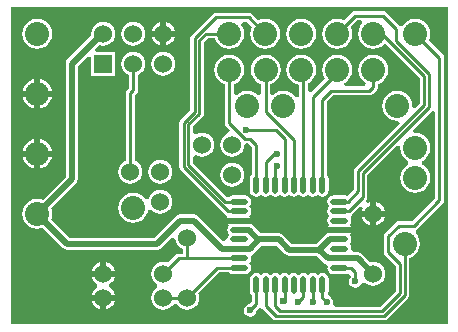
<source format=gtl>
G04*
G04 #@! TF.GenerationSoftware,Altium Limited,Altium Designer,18.1.9 (240)*
G04*
G04 Layer_Physical_Order=1*
G04 Layer_Color=255*
%FSLAX25Y25*%
%MOIN*%
G70*
G01*
G75*
%ADD14C,0.01000*%
%ADD20O,0.02165X0.05906*%
%ADD21O,0.05906X0.02165*%
%ADD22C,0.02000*%
%ADD23C,0.08000*%
%ADD24C,0.06000*%
%ADD25R,0.06000X0.06000*%
%ADD26C,0.02362*%
G36*
X146780Y1220D02*
X1220D01*
Y106780D01*
X146780D01*
Y1220D01*
D02*
G37*
%LPC*%
G36*
X125192Y105529D02*
X116000D01*
X115415Y105413D01*
X114919Y105081D01*
X112297Y102460D01*
X111305Y102871D01*
X110000Y103043D01*
X108695Y102871D01*
X107478Y102367D01*
X106434Y101566D01*
X105632Y100522D01*
X105129Y99305D01*
X104957Y98000D01*
X105129Y96695D01*
X105632Y95478D01*
X106434Y94434D01*
X107478Y93633D01*
X108695Y93129D01*
X110000Y92957D01*
X111305Y93129D01*
X112522Y93633D01*
X113566Y94434D01*
X114367Y95478D01*
X114871Y96695D01*
X115043Y98000D01*
X114871Y99305D01*
X114460Y100297D01*
X116633Y102471D01*
X117970D01*
X118278Y101871D01*
X118361Y101471D01*
X117632Y100522D01*
X117129Y99305D01*
X116957Y98000D01*
X117129Y96695D01*
X117632Y95478D01*
X118434Y94434D01*
X119478Y93633D01*
X120695Y93129D01*
X122000Y92957D01*
X123305Y93129D01*
X124522Y93633D01*
X125566Y94434D01*
X126352Y94485D01*
X137471Y83367D01*
Y74755D01*
X135951Y73235D01*
X135004Y73702D01*
X135043Y74000D01*
X134871Y75305D01*
X134368Y76522D01*
X133566Y77566D01*
X132522Y78368D01*
X131305Y78871D01*
X130000Y79043D01*
X128695Y78871D01*
X127478Y78368D01*
X126434Y77566D01*
X125633Y76522D01*
X125129Y75305D01*
X124957Y74000D01*
X125129Y72695D01*
X125633Y71478D01*
X126434Y70434D01*
X127478Y69633D01*
X128695Y69129D01*
X130000Y68957D01*
X130298Y68996D01*
X130765Y68049D01*
X115919Y53203D01*
X115587Y52707D01*
X115471Y52121D01*
Y46134D01*
X113338Y44001D01*
X112602Y44147D01*
X108862D01*
X108050Y43985D01*
X107361Y43525D01*
X106900Y42836D01*
X106739Y42024D01*
X106900Y41211D01*
X107320Y40449D01*
X106900Y39687D01*
X106739Y38874D01*
X106900Y38061D01*
X107361Y37372D01*
Y37226D01*
X106900Y36537D01*
X106739Y35724D01*
X106900Y34912D01*
X107320Y34150D01*
X107004Y33575D01*
X110732D01*
X114461D01*
X114144Y34150D01*
X114564Y34912D01*
X114726Y35724D01*
X114564Y36537D01*
X114564Y36543D01*
X114936Y37780D01*
X114955Y37793D01*
X117685Y40522D01*
X118506Y40017D01*
X118103Y39044D01*
X118097Y39000D01*
X121000D01*
Y41903D01*
X120956Y41897D01*
X119983Y41494D01*
X119478Y42315D01*
X119581Y42419D01*
X119913Y42915D01*
X120029Y43500D01*
Y50867D01*
X130067Y60904D01*
X131014Y60437D01*
X130957Y60000D01*
X131129Y58695D01*
X131632Y57478D01*
X132434Y56434D01*
X133478Y55633D01*
X133699Y55541D01*
Y54459D01*
X133478Y54368D01*
X132434Y53566D01*
X131632Y52522D01*
X131129Y51305D01*
X130957Y50000D01*
X131129Y48695D01*
X131632Y47478D01*
X132434Y46434D01*
X133478Y45632D01*
X134695Y45129D01*
X136000Y44957D01*
X137305Y45129D01*
X138522Y45632D01*
X139566Y46434D01*
X140367Y47478D01*
X140871Y48695D01*
X141043Y50000D01*
X140871Y51305D01*
X140367Y52522D01*
X139566Y53566D01*
X138522Y54368D01*
X138301Y54459D01*
Y55541D01*
X138522Y55633D01*
X139566Y56434D01*
X140367Y57478D01*
X140871Y58695D01*
X141043Y60000D01*
X140871Y61305D01*
X140367Y62522D01*
X139566Y63566D01*
X138522Y64368D01*
X137305Y64871D01*
X136000Y65043D01*
X135563Y64986D01*
X135096Y65933D01*
X141471Y72308D01*
X141927Y72236D01*
X142471Y71949D01*
Y43134D01*
X134866Y35529D01*
X130500D01*
X129915Y35413D01*
X129419Y35081D01*
X125919Y31581D01*
X125587Y31085D01*
X125471Y30500D01*
Y25193D01*
X125587Y24608D01*
X125919Y24112D01*
X129492Y20538D01*
Y12276D01*
X124245Y7029D01*
X109252D01*
X108630Y8029D01*
X108724Y8500D01*
X108554Y9351D01*
X108072Y10073D01*
X107454Y10486D01*
X107317Y10651D01*
X106985Y11585D01*
X107147Y12398D01*
Y16138D01*
X106985Y16950D01*
X106525Y17639D01*
X105836Y18100D01*
X105024Y18261D01*
X104211Y18100D01*
X103449Y17680D01*
X102687Y18100D01*
X101874Y18261D01*
X101061Y18100D01*
X100299Y17680D01*
X99537Y18100D01*
X98724Y18261D01*
X97912Y18100D01*
X97223Y17639D01*
X97076D01*
X96387Y18100D01*
X95575Y18261D01*
X94762Y18100D01*
X94000Y17680D01*
X93238Y18100D01*
X92425Y18261D01*
X91613Y18100D01*
X90850Y17680D01*
X90088Y18100D01*
X89276Y18261D01*
X88463Y18100D01*
X87774Y17639D01*
X87628D01*
X86939Y18100D01*
X86126Y18261D01*
X85313Y18100D01*
X84551Y17680D01*
X83789Y18100D01*
X82976Y18261D01*
X82164Y18100D01*
X81475Y17639D01*
X81015Y16950D01*
X80853Y16138D01*
Y12398D01*
X81015Y11585D01*
X81447Y10938D01*
Y8879D01*
X81000Y8043D01*
X80149Y7873D01*
X79427Y7391D01*
X78945Y6670D01*
X78776Y5819D01*
X78945Y4968D01*
X79427Y4246D01*
X80149Y3764D01*
X81000Y3595D01*
X81851Y3764D01*
X82573Y4246D01*
X83055Y4968D01*
X83224Y5819D01*
X83915Y6484D01*
X84734Y6450D01*
X85012Y6342D01*
X85045Y6293D01*
X88419Y2919D01*
X88915Y2587D01*
X89500Y2471D01*
X125500D01*
X126085Y2587D01*
X126581Y2919D01*
X133603Y9940D01*
X133935Y10436D01*
X134051Y11022D01*
Y23222D01*
X135043Y23632D01*
X136088Y24434D01*
X136889Y25478D01*
X137393Y26695D01*
X137565Y28000D01*
X137393Y29305D01*
X136889Y30522D01*
X136088Y31566D01*
X136086Y31567D01*
X136085Y31975D01*
X136253Y32699D01*
X136581Y32919D01*
X145081Y41419D01*
X145413Y41915D01*
X145529Y42500D01*
Y90000D01*
X145413Y90585D01*
X145081Y91081D01*
X140460Y95702D01*
X140871Y96695D01*
X141043Y98000D01*
X140871Y99305D01*
X140367Y100522D01*
X139566Y101566D01*
X138522Y102367D01*
X137305Y102871D01*
X136000Y103043D01*
X134695Y102871D01*
X133478Y102367D01*
X132434Y101566D01*
X131771Y100702D01*
X131031Y100632D01*
X130627Y100706D01*
X130581Y100774D01*
X126274Y105081D01*
X125778Y105413D01*
X125192Y105529D01*
D02*
G37*
G36*
X53000Y101903D02*
Y99000D01*
X55903D01*
X55897Y99044D01*
X55494Y100017D01*
X54853Y100853D01*
X54017Y101494D01*
X53044Y101897D01*
X53000Y101903D01*
D02*
G37*
G36*
X51000D02*
X50956Y101897D01*
X49983Y101494D01*
X49147Y100853D01*
X48506Y100017D01*
X48103Y99044D01*
X48097Y99000D01*
X51000D01*
Y101903D01*
D02*
G37*
G36*
X55903Y97000D02*
X53000D01*
Y94097D01*
X53044Y94103D01*
X54017Y94506D01*
X54853Y95147D01*
X55494Y95983D01*
X55897Y96956D01*
X55903Y97000D01*
D02*
G37*
G36*
X51000D02*
X48097D01*
X48103Y96956D01*
X48506Y95983D01*
X49147Y95147D01*
X49983Y94506D01*
X50956Y94103D01*
X51000Y94097D01*
Y97000D01*
D02*
G37*
G36*
X42000Y102034D02*
X40956Y101897D01*
X39983Y101494D01*
X39147Y100853D01*
X38506Y100017D01*
X38103Y99044D01*
X37966Y98000D01*
X38103Y96956D01*
X38506Y95983D01*
X39147Y95147D01*
X39983Y94506D01*
X40956Y94103D01*
X42000Y93966D01*
X43044Y94103D01*
X44017Y94506D01*
X44853Y95147D01*
X45494Y95983D01*
X45897Y96956D01*
X46035Y98000D01*
X45897Y99044D01*
X45494Y100017D01*
X44853Y100853D01*
X44017Y101494D01*
X43044Y101897D01*
X42000Y102034D01*
D02*
G37*
G36*
X32000D02*
X30956Y101897D01*
X29983Y101494D01*
X29147Y100853D01*
X28506Y100017D01*
X28103Y99044D01*
X27966Y98000D01*
X28041Y97425D01*
X20058Y89442D01*
X19616Y88780D01*
X19461Y88000D01*
Y50345D01*
X11788Y42671D01*
X11305Y42871D01*
X10000Y43043D01*
X8695Y42871D01*
X7478Y42368D01*
X6434Y41566D01*
X5632Y40522D01*
X5129Y39305D01*
X4957Y38000D01*
X5129Y36695D01*
X5632Y35478D01*
X6434Y34434D01*
X7478Y33632D01*
X8695Y33129D01*
X10000Y32957D01*
X11305Y33129D01*
X11788Y33329D01*
X18558Y26558D01*
X18558Y26558D01*
X19220Y26116D01*
X20000Y25961D01*
X20000Y25961D01*
X50000D01*
X50780Y26116D01*
X51442Y26558D01*
X54983Y30099D01*
X55259Y30071D01*
X56004Y29706D01*
X56103Y28956D01*
X56506Y27983D01*
X57147Y27147D01*
X57983Y26506D01*
X58471Y26304D01*
Y24655D01*
X57126D01*
X56541Y24539D01*
X56045Y24207D01*
X53532Y21695D01*
X53044Y21897D01*
X52000Y22035D01*
X50956Y21897D01*
X49983Y21494D01*
X49147Y20853D01*
X48506Y20017D01*
X48103Y19044D01*
X47965Y18000D01*
X48103Y16956D01*
X48506Y15983D01*
X49147Y15147D01*
X49923Y14552D01*
X49983Y14119D01*
Y13881D01*
X49923Y13448D01*
X49147Y12853D01*
X48506Y12017D01*
X48103Y11044D01*
X47965Y10000D01*
X48103Y8956D01*
X48506Y7983D01*
X49147Y7147D01*
X49983Y6506D01*
X50956Y6103D01*
X52000Y5965D01*
X53044Y6103D01*
X54017Y6506D01*
X54853Y7147D01*
X55448Y7923D01*
X55881Y7983D01*
X56119D01*
X56552Y7923D01*
X57147Y7147D01*
X57983Y6506D01*
X58956Y6103D01*
X60000Y5965D01*
X61044Y6103D01*
X62017Y6506D01*
X62853Y7147D01*
X63494Y7983D01*
X63897Y8956D01*
X64034Y10000D01*
X63897Y11044D01*
X63695Y11532D01*
X70610Y18447D01*
X73938D01*
X74585Y18014D01*
X75398Y17853D01*
X79138D01*
X79950Y18014D01*
X80639Y18475D01*
X81100Y19164D01*
X81261Y19976D01*
X81100Y20789D01*
X80680Y21551D01*
X81100Y22313D01*
X81261Y23126D01*
X81225Y23311D01*
X81506Y24298D01*
X81855Y24608D01*
X82194Y24834D01*
X84746Y27386D01*
X89730D01*
X92558Y24558D01*
X93220Y24116D01*
X94000Y23961D01*
X103155D01*
X105365Y21751D01*
X106027Y21309D01*
X106061Y21302D01*
X106149Y21248D01*
X106778Y20218D01*
X106776Y20166D01*
X106739Y19976D01*
X106900Y19164D01*
X107361Y18475D01*
X108050Y18014D01*
X108862Y17853D01*
X112602D01*
X113415Y18014D01*
X113577Y18123D01*
X114371Y17585D01*
X114427Y17073D01*
X113945Y16351D01*
X113776Y15500D01*
X113945Y14649D01*
X114427Y13927D01*
X115149Y13445D01*
X116000Y13276D01*
X116851Y13445D01*
X117572Y13927D01*
X118054Y14649D01*
X118099Y14871D01*
X119147Y15147D01*
X119983Y14506D01*
X120956Y14103D01*
X122000Y13965D01*
X123044Y14103D01*
X124017Y14506D01*
X124853Y15147D01*
X125494Y15983D01*
X125897Y16956D01*
X126034Y18000D01*
X125897Y19044D01*
X125494Y20017D01*
X124853Y20853D01*
X124017Y21494D01*
X123044Y21897D01*
X122000Y22035D01*
X120983Y21901D01*
X118316Y24568D01*
X117654Y25010D01*
X116874Y25165D01*
X115476D01*
X114704Y26165D01*
X114726Y26276D01*
X114564Y27088D01*
X114104Y27777D01*
Y27924D01*
X114564Y28613D01*
X114726Y29425D01*
X114564Y30238D01*
X114144Y31000D01*
X114461Y31575D01*
X110732D01*
X106680D01*
X106672Y31518D01*
X106199Y31012D01*
X105983Y30867D01*
X103155Y28039D01*
X94845D01*
X92017Y30867D01*
X91355Y31309D01*
X90575Y31464D01*
X84420D01*
X81867Y34017D01*
X81754Y34092D01*
X81249Y34724D01*
X77268D01*
X73539D01*
X73856Y34150D01*
X73436Y33387D01*
X73274Y32575D01*
X73436Y31762D01*
X73856Y31000D01*
X73436Y30238D01*
X73274Y29425D01*
X72357Y29057D01*
X71871Y29013D01*
X63718Y37166D01*
X63056Y37608D01*
X62276Y37764D01*
X57724D01*
X57724Y37764D01*
X56944Y37608D01*
X56283Y37166D01*
X56283Y37166D01*
X49155Y30039D01*
X20845D01*
X14672Y36212D01*
X14871Y36695D01*
X15043Y38000D01*
X14871Y39305D01*
X14672Y39788D01*
X22942Y48058D01*
X23384Y48720D01*
X23539Y49500D01*
X23539Y49500D01*
Y87155D01*
X27076Y90692D01*
X28000Y90310D01*
Y84000D01*
X36000D01*
Y92000D01*
X29690D01*
X29308Y92924D01*
X30624Y94240D01*
X30956Y94103D01*
X32000Y93966D01*
X33044Y94103D01*
X34017Y94506D01*
X34853Y95147D01*
X35494Y95983D01*
X35897Y96956D01*
X36035Y98000D01*
X35897Y99044D01*
X35494Y100017D01*
X34853Y100853D01*
X34017Y101494D01*
X33044Y101897D01*
X32000Y102034D01*
D02*
G37*
G36*
X98000Y103043D02*
X96695Y102871D01*
X95478Y102367D01*
X94434Y101566D01*
X93633Y100522D01*
X93129Y99305D01*
X92957Y98000D01*
X93129Y96695D01*
X93633Y95478D01*
X94434Y94434D01*
X95478Y93633D01*
X96695Y93129D01*
X98000Y92957D01*
X99305Y93129D01*
X100522Y93633D01*
X101566Y94434D01*
X102367Y95478D01*
X102871Y96695D01*
X103043Y98000D01*
X102871Y99305D01*
X102367Y100522D01*
X101566Y101566D01*
X100522Y102367D01*
X99305Y102871D01*
X98000Y103043D01*
D02*
G37*
G36*
X80500Y105029D02*
X69500D01*
X68915Y104913D01*
X68419Y104581D01*
X61419Y97581D01*
X61087Y97085D01*
X60971Y96500D01*
Y72633D01*
X57816Y69478D01*
X57484Y68982D01*
X57368Y68397D01*
Y53603D01*
X57484Y53018D01*
X57816Y52522D01*
X72545Y37793D01*
X72909Y37549D01*
X73146Y37216D01*
X73356Y36724D01*
X77268D01*
X80974D01*
X80639Y37226D01*
Y37372D01*
X81100Y38061D01*
X81261Y38874D01*
X81100Y39687D01*
X80680Y40449D01*
X81100Y41211D01*
X81261Y42024D01*
X81100Y42836D01*
X80639Y43525D01*
X79950Y43985D01*
X79138Y44147D01*
X75398D01*
X74585Y43985D01*
X73938Y43553D01*
X73231D01*
X61926Y54858D01*
Y57056D01*
X62926Y57549D01*
X62983Y57506D01*
X63956Y57103D01*
X65000Y56966D01*
X66044Y57103D01*
X67017Y57506D01*
X67853Y58147D01*
X68494Y58983D01*
X68897Y59956D01*
X69034Y61000D01*
X68897Y62044D01*
X68494Y63017D01*
X67853Y63853D01*
X67017Y64494D01*
X66044Y64897D01*
X65000Y65035D01*
X63956Y64897D01*
X62983Y64494D01*
X62926Y64451D01*
X61926Y64944D01*
Y67142D01*
X65081Y70297D01*
X65413Y70793D01*
X65529Y71379D01*
Y95245D01*
X66755Y96471D01*
X69222D01*
X69633Y95478D01*
X70434Y94434D01*
X71478Y93633D01*
X72695Y93129D01*
X74000Y92957D01*
X75305Y93129D01*
X76522Y93633D01*
X77566Y94434D01*
X78368Y95478D01*
X78871Y96695D01*
X79043Y98000D01*
X78871Y99305D01*
X78368Y100522D01*
X78023Y100971D01*
X78516Y101971D01*
X79866D01*
X81540Y100297D01*
X81129Y99305D01*
X80957Y98000D01*
X81129Y96695D01*
X81633Y95478D01*
X82434Y94434D01*
X83478Y93633D01*
X84695Y93129D01*
X86000Y92957D01*
X87305Y93129D01*
X88522Y93633D01*
X89566Y94434D01*
X90368Y95478D01*
X90871Y96695D01*
X91043Y98000D01*
X90871Y99305D01*
X90368Y100522D01*
X89566Y101566D01*
X88522Y102367D01*
X87305Y102871D01*
X86000Y103043D01*
X84695Y102871D01*
X83703Y102460D01*
X81581Y104581D01*
X81085Y104913D01*
X80500Y105029D01*
D02*
G37*
G36*
X10000Y103043D02*
X8695Y102871D01*
X7478Y102367D01*
X6434Y101566D01*
X5632Y100522D01*
X5129Y99305D01*
X4957Y98000D01*
X5129Y96695D01*
X5632Y95478D01*
X6434Y94434D01*
X7478Y93633D01*
X8695Y93129D01*
X10000Y92957D01*
X11305Y93129D01*
X12522Y93633D01*
X13566Y94434D01*
X14367Y95478D01*
X14871Y96695D01*
X15043Y98000D01*
X14871Y99305D01*
X14367Y100522D01*
X13566Y101566D01*
X12522Y102367D01*
X11305Y102871D01*
X10000Y103043D01*
D02*
G37*
G36*
X52000Y92035D02*
X50956Y91897D01*
X49983Y91494D01*
X49147Y90853D01*
X48506Y90017D01*
X48103Y89044D01*
X47965Y88000D01*
X48103Y86956D01*
X48506Y85983D01*
X49147Y85147D01*
X49983Y84506D01*
X50956Y84103D01*
X52000Y83965D01*
X53044Y84103D01*
X54017Y84506D01*
X54853Y85147D01*
X55494Y85983D01*
X55897Y86956D01*
X56034Y88000D01*
X55897Y89044D01*
X55494Y90017D01*
X54853Y90853D01*
X54017Y91494D01*
X53044Y91897D01*
X52000Y92035D01*
D02*
G37*
G36*
X122000Y91043D02*
X120695Y90871D01*
X119478Y90368D01*
X118434Y89566D01*
X117632Y88522D01*
X117129Y87305D01*
X116957Y86000D01*
X117129Y84695D01*
X117632Y83478D01*
X118434Y82434D01*
X119478Y81633D01*
X119313Y80638D01*
X119264Y80529D01*
X112471D01*
X112273Y81529D01*
X112522Y81633D01*
X113566Y82434D01*
X114367Y83478D01*
X114871Y84695D01*
X115043Y86000D01*
X114871Y87305D01*
X114367Y88522D01*
X113566Y89566D01*
X112522Y90368D01*
X111305Y90871D01*
X110000Y91043D01*
X108695Y90871D01*
X107478Y90368D01*
X106434Y89566D01*
X105632Y88522D01*
X105129Y87305D01*
X104957Y86000D01*
X105129Y84695D01*
X105632Y83478D01*
X105939Y83079D01*
X101254Y78393D01*
X100254Y78807D01*
Y81522D01*
X100522Y81633D01*
X101566Y82434D01*
X102367Y83478D01*
X102871Y84695D01*
X103043Y86000D01*
X102871Y87305D01*
X102367Y88522D01*
X101566Y89566D01*
X100522Y90368D01*
X99305Y90871D01*
X98000Y91043D01*
X96695Y90871D01*
X95478Y90368D01*
X94434Y89566D01*
X93633Y88522D01*
X93129Y87305D01*
X92957Y86000D01*
X93129Y84695D01*
X93633Y83478D01*
X94434Y82434D01*
X95478Y81633D01*
X96695Y81129D01*
X97195Y81063D01*
Y77003D01*
X96195Y76746D01*
X95566Y77566D01*
X94522Y78368D01*
X93305Y78871D01*
X92000Y79043D01*
X90695Y78871D01*
X89478Y78368D01*
X88655Y77736D01*
X87655Y78065D01*
Y81221D01*
X88648Y81633D01*
X89692Y82434D01*
X90494Y83478D01*
X90997Y84695D01*
X91169Y86000D01*
X90997Y87305D01*
X90494Y88522D01*
X89692Y89566D01*
X88648Y90368D01*
X87431Y90871D01*
X86126Y91043D01*
X84821Y90871D01*
X83604Y90368D01*
X82560Y89566D01*
X81758Y88522D01*
X81255Y87305D01*
X81083Y86000D01*
X81255Y84695D01*
X81758Y83478D01*
X82560Y82434D01*
X83604Y81633D01*
X84597Y81221D01*
Y77866D01*
X83597Y77526D01*
X83566Y77566D01*
X82522Y78368D01*
X81305Y78871D01*
X80000Y79043D01*
X78695Y78871D01*
X77478Y78368D01*
X76529Y77639D01*
X76129Y77723D01*
X75529Y78030D01*
Y81221D01*
X76522Y81633D01*
X77566Y82434D01*
X78368Y83478D01*
X78871Y84695D01*
X79043Y86000D01*
X78871Y87305D01*
X78368Y88522D01*
X77566Y89566D01*
X76522Y90368D01*
X75305Y90871D01*
X74000Y91043D01*
X72695Y90871D01*
X71478Y90368D01*
X70434Y89566D01*
X69633Y88522D01*
X69129Y87305D01*
X68957Y86000D01*
X69129Y84695D01*
X69633Y83478D01*
X70434Y82434D01*
X71478Y81633D01*
X72471Y81221D01*
Y68129D01*
X72587Y67544D01*
X72919Y67047D01*
X74145Y65821D01*
X73743Y64809D01*
X72983Y64494D01*
X72147Y63853D01*
X71506Y63017D01*
X71103Y62044D01*
X70965Y61000D01*
X71103Y59956D01*
X71506Y58983D01*
X72147Y58147D01*
X72983Y57506D01*
X73956Y57103D01*
X75000Y56966D01*
X76044Y57103D01*
X77017Y57506D01*
X77853Y58147D01*
X78494Y58983D01*
X78897Y59956D01*
X78968Y60497D01*
X79053Y61009D01*
X79981Y61471D01*
X80366D01*
X81447Y60390D01*
Y51062D01*
X81015Y50415D01*
X80853Y49602D01*
Y45862D01*
X81015Y45050D01*
X81475Y44361D01*
X82164Y43900D01*
X82976Y43739D01*
X83789Y43900D01*
X84551Y44320D01*
X85313Y43900D01*
X86126Y43739D01*
X86939Y43900D01*
X87628Y44361D01*
X87774D01*
X88463Y43900D01*
X89276Y43739D01*
X90088Y43900D01*
X90850Y44320D01*
X91613Y43900D01*
X92425Y43739D01*
X93238Y43900D01*
X94000Y44320D01*
X94762Y43900D01*
X95575Y43739D01*
X96387Y43900D01*
X97076Y44361D01*
X97223D01*
X97912Y43900D01*
X98724Y43739D01*
X99537Y43900D01*
X100299Y44320D01*
X101061Y43900D01*
X101874Y43739D01*
X102687Y43900D01*
X103449Y44320D01*
X104211Y43900D01*
X105024Y43739D01*
X105836Y43900D01*
X106525Y44361D01*
X106985Y45050D01*
X107147Y45862D01*
Y49602D01*
X106985Y50415D01*
X106553Y51062D01*
Y75390D01*
X108633Y77471D01*
X120665D01*
X121251Y77587D01*
X121747Y77919D01*
X123081Y79253D01*
X123413Y79749D01*
X123529Y80335D01*
Y81221D01*
X124522Y81633D01*
X125566Y82434D01*
X126367Y83478D01*
X126871Y84695D01*
X127043Y86000D01*
X126871Y87305D01*
X126367Y88522D01*
X125566Y89566D01*
X124522Y90368D01*
X123305Y90871D01*
X122000Y91043D01*
D02*
G37*
G36*
X11000Y82911D02*
Y79000D01*
X14911D01*
X14871Y79305D01*
X14367Y80522D01*
X13566Y81566D01*
X12522Y82367D01*
X11305Y82871D01*
X11000Y82911D01*
D02*
G37*
G36*
X9000D02*
X8695Y82871D01*
X7478Y82367D01*
X6434Y81566D01*
X5632Y80522D01*
X5129Y79305D01*
X5088Y79000D01*
X9000D01*
Y82911D01*
D02*
G37*
G36*
X14911Y77000D02*
X11000D01*
Y73089D01*
X11305Y73129D01*
X12522Y73633D01*
X13566Y74434D01*
X14367Y75478D01*
X14871Y76695D01*
X14911Y77000D01*
D02*
G37*
G36*
X9000D02*
X5088D01*
X5129Y76695D01*
X5632Y75478D01*
X6434Y74434D01*
X7478Y73633D01*
X8695Y73129D01*
X9000Y73089D01*
Y77000D01*
D02*
G37*
G36*
X11000Y62911D02*
Y59000D01*
X14911D01*
X14871Y59305D01*
X14367Y60522D01*
X13566Y61566D01*
X12522Y62367D01*
X11305Y62871D01*
X11000Y62911D01*
D02*
G37*
G36*
X9000D02*
X8695Y62871D01*
X7478Y62367D01*
X6434Y61566D01*
X5632Y60522D01*
X5129Y59305D01*
X5088Y59000D01*
X9000D01*
Y62911D01*
D02*
G37*
G36*
X14911Y57000D02*
X11000D01*
Y53088D01*
X11305Y53129D01*
X12522Y53632D01*
X13566Y54434D01*
X14367Y55478D01*
X14871Y56695D01*
X14911Y57000D01*
D02*
G37*
G36*
X9000D02*
X5088D01*
X5129Y56695D01*
X5632Y55478D01*
X6434Y54434D01*
X7478Y53632D01*
X8695Y53129D01*
X9000Y53088D01*
Y57000D01*
D02*
G37*
G36*
X51000Y56034D02*
X49956Y55897D01*
X48983Y55494D01*
X48147Y54853D01*
X47506Y54017D01*
X47103Y53044D01*
X46966Y52000D01*
X47103Y50956D01*
X47506Y49983D01*
X48147Y49147D01*
X48983Y48506D01*
X49956Y48103D01*
X51000Y47965D01*
X52044Y48103D01*
X53017Y48506D01*
X53853Y49147D01*
X54494Y49983D01*
X54897Y50956D01*
X55035Y52000D01*
X54897Y53044D01*
X54494Y54017D01*
X53853Y54853D01*
X53017Y55494D01*
X52044Y55897D01*
X51000Y56034D01*
D02*
G37*
G36*
X42000Y92035D02*
X40956Y91897D01*
X39983Y91494D01*
X39147Y90853D01*
X38506Y90017D01*
X38103Y89044D01*
X37966Y88000D01*
X38103Y86956D01*
X38506Y85983D01*
X39147Y85147D01*
X39983Y84506D01*
X40471Y84304D01*
Y79869D01*
X39919Y79317D01*
X39587Y78821D01*
X39471Y78235D01*
Y55696D01*
X38983Y55494D01*
X38147Y54853D01*
X37506Y54017D01*
X37103Y53044D01*
X36966Y52000D01*
X37103Y50956D01*
X37506Y49983D01*
X38147Y49147D01*
X38983Y48506D01*
X39956Y48103D01*
X41000Y47965D01*
X42044Y48103D01*
X43017Y48506D01*
X43853Y49147D01*
X44494Y49983D01*
X44897Y50956D01*
X45035Y52000D01*
X44897Y53044D01*
X44494Y54017D01*
X43853Y54853D01*
X43017Y55494D01*
X42529Y55696D01*
Y77602D01*
X43081Y78154D01*
X43413Y78650D01*
X43529Y79235D01*
Y84304D01*
X44017Y84506D01*
X44853Y85147D01*
X45494Y85983D01*
X45897Y86956D01*
X46035Y88000D01*
X45897Y89044D01*
X45494Y90017D01*
X44853Y90853D01*
X44017Y91494D01*
X43044Y91897D01*
X42000Y92035D01*
D02*
G37*
G36*
X75000Y55035D02*
X73956Y54897D01*
X72983Y54494D01*
X72147Y53853D01*
X71506Y53017D01*
X71103Y52044D01*
X70965Y51000D01*
X71103Y49956D01*
X71506Y48983D01*
X72147Y48147D01*
X72983Y47506D01*
X73956Y47103D01*
X75000Y46966D01*
X76044Y47103D01*
X77017Y47506D01*
X77853Y48147D01*
X78494Y48983D01*
X78897Y49956D01*
X79035Y51000D01*
X78897Y52044D01*
X78494Y53017D01*
X77853Y53853D01*
X77017Y54494D01*
X76044Y54897D01*
X75000Y55035D01*
D02*
G37*
G36*
X51000Y46035D02*
X49956Y45897D01*
X48983Y45494D01*
X48147Y44853D01*
X47506Y44017D01*
X47146Y43149D01*
X46761Y42997D01*
X46076Y42902D01*
X45566Y43566D01*
X44522Y44368D01*
X43305Y44871D01*
X42000Y45043D01*
X40695Y44871D01*
X39478Y44368D01*
X38434Y43566D01*
X37633Y42522D01*
X37129Y41305D01*
X36957Y40000D01*
X37129Y38695D01*
X37633Y37478D01*
X38434Y36434D01*
X39478Y35633D01*
X40695Y35129D01*
X42000Y34957D01*
X43305Y35129D01*
X44522Y35633D01*
X45566Y36434D01*
X46367Y37478D01*
X46871Y38695D01*
X46924Y39098D01*
X47970Y39378D01*
X48147Y39147D01*
X48983Y38506D01*
X49956Y38103D01*
X51000Y37966D01*
X52044Y38103D01*
X53017Y38506D01*
X53853Y39147D01*
X54494Y39983D01*
X54897Y40956D01*
X55035Y42000D01*
X54897Y43044D01*
X54494Y44017D01*
X53853Y44853D01*
X53017Y45494D01*
X52044Y45897D01*
X51000Y46035D01*
D02*
G37*
G36*
X123000Y41903D02*
Y39000D01*
X125903D01*
X125897Y39044D01*
X125494Y40017D01*
X124853Y40853D01*
X124017Y41494D01*
X123044Y41897D01*
X123000Y41903D01*
D02*
G37*
G36*
X125903Y37000D02*
X123000D01*
Y34097D01*
X123044Y34103D01*
X124017Y34506D01*
X124853Y35147D01*
X125494Y35983D01*
X125897Y36956D01*
X125903Y37000D01*
D02*
G37*
G36*
X121000D02*
X118097D01*
X118103Y36956D01*
X118506Y35983D01*
X119147Y35147D01*
X119983Y34506D01*
X120956Y34103D01*
X121000Y34097D01*
Y37000D01*
D02*
G37*
G36*
X33000Y21903D02*
Y19000D01*
X35903D01*
X35897Y19044D01*
X35494Y20017D01*
X34853Y20853D01*
X34017Y21494D01*
X33044Y21897D01*
X33000Y21903D01*
D02*
G37*
G36*
X31000D02*
X30956Y21897D01*
X29983Y21494D01*
X29147Y20853D01*
X28506Y20017D01*
X28103Y19044D01*
X28097Y19000D01*
X31000D01*
Y21903D01*
D02*
G37*
G36*
X35903Y17000D02*
X28097D01*
X28103Y16956D01*
X28506Y15983D01*
X29147Y15147D01*
X29923Y14552D01*
X29983Y14119D01*
Y13881D01*
X29923Y13448D01*
X29147Y12853D01*
X28506Y12017D01*
X28103Y11044D01*
X28097Y11000D01*
X35903D01*
X35897Y11044D01*
X35494Y12017D01*
X34853Y12853D01*
X34077Y13448D01*
X34017Y13881D01*
Y14119D01*
X34077Y14552D01*
X34853Y15147D01*
X35494Y15983D01*
X35897Y16956D01*
X35903Y17000D01*
D02*
G37*
G36*
Y9000D02*
X33000D01*
Y6097D01*
X33044Y6103D01*
X34017Y6506D01*
X34853Y7147D01*
X35494Y7983D01*
X35897Y8956D01*
X35903Y9000D01*
D02*
G37*
G36*
X31000D02*
X28097D01*
X28103Y8956D01*
X28506Y7983D01*
X29147Y7147D01*
X29983Y6506D01*
X30956Y6103D01*
X31000Y6097D01*
Y9000D01*
D02*
G37*
%LPD*%
D14*
X92425Y8575D02*
Y14268D01*
X64000Y71379D02*
Y95879D01*
X60397Y67776D02*
X64000Y71379D01*
X60397Y54224D02*
Y67776D01*
X62500Y72000D02*
Y96500D01*
X58897Y68397D02*
X62500Y72000D01*
X58897Y53603D02*
Y68397D01*
X60397Y54224D02*
X72598Y42024D01*
X58897Y53603D02*
X73626Y38874D01*
X72598Y42024D02*
X77268D01*
X73626Y38874D02*
X77268D01*
X41000Y52000D02*
Y78235D01*
Y50500D02*
Y52000D01*
Y78235D02*
X42000Y79235D01*
X64000Y95879D02*
X66121Y98000D01*
X79129Y63000D02*
X81000D01*
X74000Y68129D02*
X79129Y63000D01*
X74000Y68129D02*
Y86000D01*
X79500Y66000D02*
X89500D01*
X81000Y63000D02*
X82976Y61024D01*
X42000Y79235D02*
Y88000D01*
X97000Y8500D02*
X98724Y10224D01*
X92000Y9000D02*
X92425Y8575D01*
X91071Y5500D02*
X124879D01*
X89500Y4000D02*
X125500D01*
X89276Y7296D02*
X91071Y5500D01*
X124879D02*
X131022Y11643D01*
X80500Y103500D02*
X86000Y98000D01*
X69500Y103500D02*
X80500D01*
X62500Y96500D02*
X69500Y103500D01*
X86126Y7374D02*
X89500Y4000D01*
X125500D02*
X132522Y11022D01*
X89276Y7296D02*
Y14268D01*
X125192Y104000D02*
X129500Y99692D01*
X116000Y104000D02*
X125192D01*
X110000Y98000D02*
X116000Y104000D01*
X98000Y86000D02*
X98724Y85276D01*
Y47732D02*
Y85276D01*
X110000Y84976D02*
Y86000D01*
X122000Y98000D02*
X125000D01*
X139000Y84000D01*
X136000Y98000D02*
X144000Y90000D01*
Y42500D02*
Y90000D01*
X135500Y34000D02*
X144000Y42500D01*
X92500Y47807D02*
Y63000D01*
X92425Y47732D02*
X92500Y47807D01*
X89500Y66000D02*
X92500Y63000D01*
X89000Y58000D02*
X90000D01*
X86126Y55126D02*
X89000Y58000D01*
X86126Y47732D02*
Y55126D01*
X95575Y47732D02*
Y62425D01*
X86126Y71874D02*
X95575Y62425D01*
X86126Y71874D02*
Y86000D01*
X108000Y79000D02*
X120665D01*
X105024Y76024D02*
X108000Y79000D01*
X105024Y47732D02*
Y76024D01*
X101874Y76850D02*
X110000Y84976D01*
X101874Y47732D02*
Y76850D01*
X120665Y79000D02*
X122000Y80335D01*
Y86000D01*
X127000Y30500D02*
X130500Y34000D01*
X127000Y25193D02*
Y30500D01*
Y25193D02*
X131022Y21171D01*
X139000Y74121D02*
Y84000D01*
X117000Y52121D02*
X139000Y74121D01*
X129500Y95621D02*
X140500Y84621D01*
Y73500D02*
Y84621D01*
X118500Y51500D02*
X140500Y73500D01*
X129500Y95621D02*
Y99692D01*
X117000Y45500D02*
Y52121D01*
X118500Y43500D02*
Y51500D01*
X113524Y42024D02*
X117000Y45500D01*
X66121Y98000D02*
X74000D01*
X82976Y47732D02*
Y61024D01*
X131022Y11643D02*
Y21171D01*
X130500Y34000D02*
X135500D01*
X89276Y47732D02*
Y54000D01*
X82976Y7795D02*
Y14268D01*
X81000Y5819D02*
X82976Y7795D01*
X86126Y7374D02*
Y14268D01*
X101874Y8500D02*
Y14268D01*
X116000Y15500D02*
Y18500D01*
X114524Y19976D02*
X116000Y18500D01*
X110732Y19976D02*
X114524D01*
X105024Y9976D02*
Y14268D01*
Y9976D02*
X106500Y8500D01*
X98724Y10224D02*
Y14268D01*
X132522Y11022D02*
Y28000D01*
X60000Y23126D02*
X77268D01*
X69976Y19976D02*
X77268D01*
X60000Y10000D02*
X69976Y19976D01*
X113874Y38874D02*
X118500Y43500D01*
X57126Y23126D02*
X60000D01*
Y30000D01*
X52000Y18000D02*
X57126Y23126D01*
X52000Y10000D02*
X60000D01*
X110732Y38874D02*
X113874D01*
X110732Y42024D02*
X113524D01*
X86126Y86000D02*
X88000D01*
D20*
X82976Y47732D02*
D03*
X86126D02*
D03*
X89276D02*
D03*
X92425D02*
D03*
X95575D02*
D03*
X98724D02*
D03*
X101874D02*
D03*
X105024D02*
D03*
Y14268D02*
D03*
X101874D02*
D03*
X98724D02*
D03*
X95575D02*
D03*
X92425D02*
D03*
X89276D02*
D03*
X86126D02*
D03*
X82976D02*
D03*
D21*
X110732Y42024D02*
D03*
Y38874D02*
D03*
Y35724D02*
D03*
Y32575D02*
D03*
Y29425D02*
D03*
Y26276D02*
D03*
Y23126D02*
D03*
Y19976D02*
D03*
X77268D02*
D03*
Y23126D02*
D03*
Y26276D02*
D03*
Y29425D02*
D03*
Y32575D02*
D03*
Y35724D02*
D03*
Y38874D02*
D03*
Y42024D02*
D03*
D22*
X21500Y88000D02*
X31750Y98250D01*
X20000Y28000D02*
X50000D01*
X10000Y38000D02*
X20000Y28000D01*
X62276Y35724D02*
X71724Y26276D01*
X57724Y35724D02*
X62276D01*
X50000Y28000D02*
X57724Y35724D01*
X71724Y26276D02*
X77268D01*
X94000Y26000D02*
X104000D01*
X106807Y23193D02*
X110665D01*
X104000Y26000D02*
X106807Y23193D01*
X104000Y26000D02*
X107425Y29425D01*
X90575D02*
X94000Y26000D01*
X107425Y29425D02*
X110732D01*
X110665Y23193D02*
X110732Y23126D01*
X80425Y32575D02*
X83738Y29262D01*
X77268Y32575D02*
X80425D01*
X80752Y26276D02*
X83738Y29262D01*
X83902Y29425D02*
X90575D01*
X77268Y26276D02*
X80752D01*
X116874Y23126D02*
X122000Y18000D01*
X110732Y23126D02*
X116874D01*
X31750Y98250D02*
X32000Y98000D01*
X21500Y49500D02*
Y88000D01*
X10000Y38000D02*
X21500Y49500D01*
D23*
X110000Y98000D02*
D03*
X122000D02*
D03*
Y86000D02*
D03*
X110000D02*
D03*
X98000D02*
D03*
X86126D02*
D03*
X74000D02*
D03*
Y98000D02*
D03*
X86000D02*
D03*
X98000D02*
D03*
X10000Y58000D02*
D03*
X136000Y60000D02*
D03*
Y50000D02*
D03*
X10000Y38000D02*
D03*
X42000Y40000D02*
D03*
X132522Y28000D02*
D03*
X80000Y74000D02*
D03*
X92000D02*
D03*
X130000D02*
D03*
X10000Y98000D02*
D03*
Y78000D02*
D03*
X136000Y98000D02*
D03*
D24*
X122000Y18000D02*
D03*
Y38000D02*
D03*
X52000Y18000D02*
D03*
X32000D02*
D03*
X52000Y10000D02*
D03*
X32000D02*
D03*
X60000D02*
D03*
Y30000D02*
D03*
X52000Y98000D02*
D03*
Y88000D02*
D03*
X42000Y98000D02*
D03*
Y88000D02*
D03*
X32000Y98000D02*
D03*
X41000Y52000D02*
D03*
X51000D02*
D03*
X75000Y61000D02*
D03*
X65000D02*
D03*
X75000Y51000D02*
D03*
X51000Y42000D02*
D03*
D25*
X32000Y88000D02*
D03*
D26*
X79500Y66000D02*
D03*
X97000Y8500D02*
D03*
X92000Y9000D02*
D03*
X90000Y54000D02*
D03*
Y58000D02*
D03*
X81000Y5819D02*
D03*
X101874Y8500D02*
D03*
X116000Y15500D02*
D03*
X106500Y8500D02*
D03*
M02*

</source>
